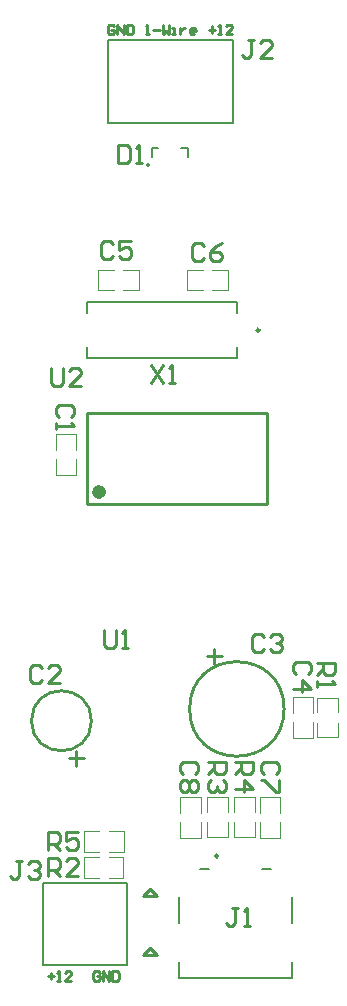
<source format=gto>
G04*
G04 #@! TF.GenerationSoftware,Altium Limited,Altium Designer,19.0.9 (268)*
G04*
G04 Layer_Color=65535*
%FSLAX25Y25*%
%MOIN*%
G70*
G01*
G75*
%ADD10C,0.00984*%
%ADD11C,0.00866*%
%ADD12C,0.02362*%
%ADD13C,0.00394*%
%ADD14C,0.00787*%
%ADD15C,0.01181*%
%ADD16C,0.00591*%
%ADD17C,0.01000*%
D10*
X72941Y42528D02*
G03*
X72941Y42528I-500J0D01*
G01*
X86713Y217815D02*
G03*
X86713Y217815I-492J0D01*
G01*
D11*
X94882Y91536D02*
G03*
X94882Y91536I-15748J0D01*
G01*
X30669Y87598D02*
G03*
X30669Y87598I-10000J0D01*
G01*
X47933Y29252D02*
X52658D01*
X47933D02*
X50295Y31614D01*
X52658Y29252D01*
X69134Y109035D02*
X74134D01*
X71634Y106535D02*
Y111535D01*
X25669Y72598D02*
Y77598D01*
X23169Y75098D02*
X28169D01*
X89055Y159898D02*
Y190197D01*
X29213Y159898D02*
Y190197D01*
X89055D01*
X29213Y159898D02*
X89055D01*
X47835Y9583D02*
X52559D01*
X47835D02*
X50197Y11945D01*
X52559Y9583D01*
D12*
X34370Y163874D02*
G03*
X34370Y163874I-1181J0D01*
G01*
D13*
X41437Y43898D02*
Y50984D01*
X28248Y43898D02*
Y50984D01*
X28248Y43898D02*
X33169D01*
X36516D02*
X41437D01*
X36516Y50984D02*
X41437D01*
X28248Y50984D02*
X33169D01*
X18701Y169488D02*
X25394D01*
Y174754D01*
X18701Y169488D02*
Y174754D01*
X25394Y177756D02*
Y183071D01*
X18701D02*
X25394D01*
X18701Y177756D02*
Y183071D01*
X97736Y81791D02*
X104429D01*
Y87057D01*
X97736Y81791D02*
Y87057D01*
X104429Y90059D02*
Y95374D01*
X97736D02*
X104429D01*
X97736Y90059D02*
Y95374D01*
X41339Y35236D02*
Y42323D01*
X28150Y35236D02*
Y42323D01*
X28150Y35236D02*
X33071D01*
X36417D02*
X41339D01*
X36417Y42323D02*
X41339D01*
X28150Y42323D02*
X33071D01*
X105807Y95276D02*
X112894D01*
X105807Y82087D02*
X112894D01*
Y82087D02*
Y87008D01*
Y90354D02*
Y95276D01*
X105807Y90354D02*
Y95276D01*
X105807Y82087D02*
Y87008D01*
X32972Y231201D02*
Y237894D01*
Y231201D02*
X38238D01*
X32972Y237894D02*
X38238D01*
X41240Y231201D02*
X46555D01*
Y231201D02*
Y237894D01*
X41240Y237894D02*
X46555D01*
X69095Y62050D02*
X76181D01*
X69095Y48861D02*
X76181D01*
Y48861D02*
Y53783D01*
Y57129D02*
Y62050D01*
X69095Y57129D02*
Y62050D01*
X69095Y48861D02*
Y53783D01*
X76181Y231102D02*
Y237795D01*
X70915D02*
X76181D01*
X70915Y231102D02*
X76181D01*
X62598Y237795D02*
X67913D01*
X62598Y231102D02*
Y237795D01*
Y231102D02*
X67913D01*
X78150Y62050D02*
X85236D01*
X78150Y48861D02*
X85236D01*
Y48861D02*
Y53783D01*
Y57129D02*
Y62050D01*
X78150Y57129D02*
Y62050D01*
X78150Y48861D02*
Y53783D01*
X60335Y48629D02*
X67027D01*
Y53895D01*
X60335Y48629D02*
Y53895D01*
X67028Y56897D02*
Y62212D01*
X60335D02*
X67027D01*
X60335Y56897D02*
Y62212D01*
X86910Y48629D02*
X93602D01*
Y53895D01*
X86910Y48629D02*
Y53895D01*
X93602Y56897D02*
Y62212D01*
X86910D02*
X93602D01*
X86909Y56897D02*
Y62212D01*
D14*
X77909Y292280D02*
Y314390D01*
Y286990D02*
Y292280D01*
X36319Y286990D02*
X77909D01*
X36319D02*
Y314390D01*
X77909D01*
X87598Y38315D02*
X90551D01*
X66929D02*
X69882D01*
X97638Y20276D02*
Y28937D01*
Y1898D02*
Y7283D01*
X59842Y1898D02*
X97638D01*
X59842D02*
Y7283D01*
Y20276D02*
Y28937D01*
X79331Y208563D02*
Y212106D01*
Y223524D02*
Y227067D01*
X29331Y223524D02*
Y227067D01*
Y208563D02*
Y212106D01*
Y227067D02*
X79331D01*
X29331Y208563D02*
X79331D01*
X14414Y6082D02*
X42457D01*
Y33482D01*
X14414D02*
X42457D01*
X14414Y28193D02*
Y33482D01*
Y6082D02*
Y28193D01*
D15*
X49567Y272756D02*
X49587D01*
D16*
X50689Y278405D02*
X52992D01*
X50689Y275590D02*
Y278405D01*
X62894Y275590D02*
Y278405D01*
X60532D02*
X62894D01*
D17*
X16339Y44488D02*
Y50486D01*
X19338D01*
X20337Y49487D01*
Y47487D01*
X19338Y46488D01*
X16339D01*
X18338D02*
X20337Y44488D01*
X26335Y50486D02*
X22337D01*
Y47487D01*
X24336Y48487D01*
X25336D01*
X26335Y47487D01*
Y45488D01*
X25336Y44488D01*
X23336D01*
X22337Y45488D01*
X16136Y2586D02*
X18235D01*
X17185Y3636D02*
Y1537D01*
X19284Y1012D02*
X20334D01*
X19809D01*
Y4160D01*
X19284Y3636D01*
X24007Y1012D02*
X21908D01*
X24007Y3111D01*
Y3636D01*
X23483Y4160D01*
X22433D01*
X21908Y3636D01*
X33453D02*
X32928Y4160D01*
X31879D01*
X31354Y3636D01*
Y1537D01*
X31879Y1012D01*
X32928D01*
X33453Y1537D01*
Y2586D01*
X32403D01*
X34503Y1012D02*
Y4160D01*
X36602Y1012D01*
Y4160D01*
X37651D02*
Y1012D01*
X39226D01*
X39750Y1537D01*
Y3636D01*
X39226Y4160D01*
X37651D01*
X38221Y319061D02*
X37696Y319586D01*
X36647D01*
X36122Y319061D01*
Y316962D01*
X36647Y316437D01*
X37696D01*
X38221Y316962D01*
Y318011D01*
X37172D01*
X39271Y316437D02*
Y319586D01*
X41370Y316437D01*
Y319586D01*
X42419D02*
Y316437D01*
X43993D01*
X44518Y316962D01*
Y319061D01*
X43993Y319586D01*
X42419D01*
X48716Y316437D02*
X49766D01*
X49241D01*
Y319586D01*
X48716Y319061D01*
X51340Y318011D02*
X53439D01*
X54489Y319586D02*
Y316437D01*
X55538Y317487D01*
X56588Y316437D01*
Y319586D01*
X57637Y316437D02*
X58687D01*
X58162D01*
Y318536D01*
X57637D01*
X60261D02*
Y316437D01*
Y317487D01*
X60786Y318011D01*
X61311Y318536D01*
X61836D01*
X64984Y316437D02*
X63935D01*
X63410Y316962D01*
Y318011D01*
X63935Y318536D01*
X64984D01*
X65509Y318011D01*
Y317487D01*
X63410D01*
X69707Y318011D02*
X71806D01*
X70757Y319061D02*
Y316962D01*
X72856Y316437D02*
X73905D01*
X73380D01*
Y319586D01*
X72856Y319061D01*
X77579Y316437D02*
X75479D01*
X77579Y318536D01*
Y319061D01*
X77054Y319586D01*
X76004D01*
X75479Y319061D01*
X79392Y25191D02*
X77393D01*
X78393D01*
Y20193D01*
X77393Y19193D01*
X76393D01*
X75394Y20193D01*
X81392Y19193D02*
X83391D01*
X82391D01*
Y25191D01*
X81392Y24191D01*
X34994Y117783D02*
Y112785D01*
X35994Y111785D01*
X37993D01*
X38993Y112785D01*
Y117783D01*
X40992Y111785D02*
X42992D01*
X41992D01*
Y117783D01*
X40992Y116784D01*
X23896Y188915D02*
X24896Y189914D01*
Y191914D01*
X23896Y192913D01*
X19897D01*
X18898Y191914D01*
Y189914D01*
X19897Y188915D01*
X18898Y186915D02*
Y184916D01*
Y185916D01*
X24896D01*
X23896Y186915D01*
X102931Y103285D02*
X103931Y104284D01*
Y106284D01*
X102931Y107283D01*
X98933D01*
X97933Y106284D01*
Y104284D01*
X98933Y103285D01*
X97933Y98286D02*
X103931D01*
X100932Y101285D01*
Y97287D01*
X88054Y115431D02*
X87054Y116431D01*
X85055D01*
X84055Y115431D01*
Y111433D01*
X85055Y110433D01*
X87054D01*
X88054Y111433D01*
X90053Y115431D02*
X91053Y116431D01*
X93052D01*
X94052Y115431D01*
Y114432D01*
X93052Y113432D01*
X92053D01*
X93052D01*
X94052Y112432D01*
Y111433D01*
X93052Y110433D01*
X91053D01*
X90053Y111433D01*
X14179Y105294D02*
X13179Y106293D01*
X11180D01*
X10180Y105294D01*
Y101295D01*
X11180Y100295D01*
X13179D01*
X14179Y101295D01*
X20177Y100295D02*
X16178D01*
X20177Y104294D01*
Y105294D01*
X19177Y106293D01*
X17178D01*
X16178Y105294D01*
X17028Y205211D02*
Y200212D01*
X18027Y199213D01*
X20027D01*
X21026Y200212D01*
Y205211D01*
X27024Y199213D02*
X23026D01*
X27024Y203211D01*
Y204211D01*
X26025Y205211D01*
X24025D01*
X23026Y204211D01*
X16339Y35827D02*
Y41825D01*
X19338D01*
X20337Y40825D01*
Y38826D01*
X19338Y37826D01*
X16339D01*
X18338D02*
X20337Y35827D01*
X26335D02*
X22337D01*
X26335Y39825D01*
Y40825D01*
X25336Y41825D01*
X23336D01*
X22337Y40825D01*
X105905Y106890D02*
X111904D01*
Y103891D01*
X110904Y102891D01*
X108905D01*
X107905Y103891D01*
Y106890D01*
Y104890D02*
X105905Y102891D01*
Y100892D02*
Y98892D01*
Y99892D01*
X111904D01*
X110904Y100892D01*
X37712Y246396D02*
X36713Y247395D01*
X34714D01*
X33714Y246396D01*
Y242397D01*
X34714Y241397D01*
X36713D01*
X37712Y242397D01*
X43711Y247395D02*
X39712D01*
Y244396D01*
X41711Y245396D01*
X42711D01*
X43711Y244396D01*
Y242397D01*
X42711Y241397D01*
X40712D01*
X39712Y242397D01*
X84707Y314463D02*
X82708D01*
X83708D01*
Y309464D01*
X82708Y308465D01*
X81708D01*
X80709Y309464D01*
X90705Y308465D02*
X86707D01*
X90705Y312463D01*
Y313463D01*
X89706Y314463D01*
X87706D01*
X86707Y313463D01*
X50591Y206293D02*
X54589Y200295D01*
Y206293D02*
X50591Y200295D01*
X56589D02*
X58588D01*
X57588D01*
Y206293D01*
X56589Y205294D01*
X69488Y73819D02*
X75486D01*
Y70820D01*
X74487Y69820D01*
X72487D01*
X71487Y70820D01*
Y73819D01*
Y71820D02*
X69488Y69820D01*
X74487Y67821D02*
X75486Y66821D01*
Y64822D01*
X74487Y63822D01*
X73487D01*
X72487Y64822D01*
Y65821D01*
Y64822D01*
X71487Y63822D01*
X70488D01*
X69488Y64822D01*
Y66821D01*
X70488Y67821D01*
X68073Y245943D02*
X67074Y246943D01*
X65074D01*
X64075Y245943D01*
Y241945D01*
X65074Y240945D01*
X67074D01*
X68073Y241945D01*
X74072Y246943D02*
X72072Y245943D01*
X70073Y243944D01*
Y241945D01*
X71073Y240945D01*
X73072D01*
X74072Y241945D01*
Y242944D01*
X73072Y243944D01*
X70073D01*
X78642Y73819D02*
X84640D01*
Y70820D01*
X83640Y69820D01*
X81641D01*
X80641Y70820D01*
Y73819D01*
Y71820D02*
X78642Y69820D01*
Y64822D02*
X84640D01*
X81641Y67821D01*
Y63822D01*
X65333Y69919D02*
X66333Y70918D01*
Y72918D01*
X65333Y73917D01*
X61334D01*
X60335Y72918D01*
Y70918D01*
X61334Y69919D01*
X65333Y67919D02*
X66333Y66920D01*
Y64920D01*
X65333Y63921D01*
X64333D01*
X63334Y64920D01*
X62334Y63921D01*
X61334D01*
X60335Y64920D01*
Y66920D01*
X61334Y67919D01*
X62334D01*
X63334Y66920D01*
X64333Y67919D01*
X65333D01*
X63334Y66920D02*
Y64920D01*
X92203Y70017D02*
X93203Y71017D01*
Y73016D01*
X92203Y74016D01*
X88204D01*
X87205Y73016D01*
Y71017D01*
X88204Y70017D01*
X93203Y68018D02*
Y64019D01*
X92203D01*
X88204Y68018D01*
X87205D01*
X7444Y40939D02*
X5444D01*
X6444D01*
Y35941D01*
X5444Y34941D01*
X4445D01*
X3445Y35941D01*
X9443Y39939D02*
X10443Y40939D01*
X12442D01*
X13442Y39939D01*
Y38940D01*
X12442Y37940D01*
X11442D01*
X12442D01*
X13442Y36940D01*
Y35941D01*
X12442Y34941D01*
X10443D01*
X9443Y35941D01*
X39469Y279423D02*
Y273425D01*
X42467D01*
X43467Y274425D01*
Y278424D01*
X42467Y279423D01*
X39469D01*
X45467Y273425D02*
X47466D01*
X46466D01*
Y279423D01*
X45467Y278424D01*
M02*

</source>
